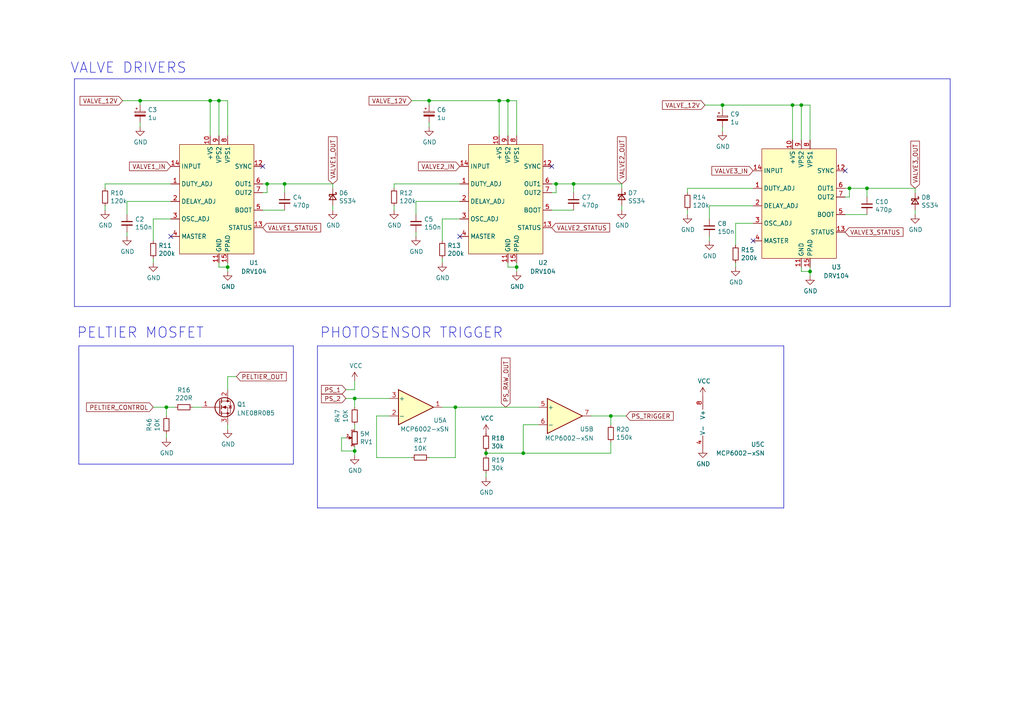
<source format=kicad_sch>
(kicad_sch (version 20230121) (generator eeschema)
  (paper "A4")
  (lib_symbols
    (symbol "Amplifier_Operational:MCP6002-xSN" (pin_names (offset 0.127))
      (property "Reference" "U" (at 0 5.08 0))
      (property "Value" "MCP6002-xSN" (at 0 -5.08 0))
      (symbol "MCP6002-xSN_1_1"
        (polyline (pts (xy -5.08 5.08) (xy 5.08 0) (xy -5.08 -5.08) (xy -5.08 5.08)) (stroke (width 0.254)) (fill (type background)))
        (pin output line (at 7.62 0 180) (length 2.54) (name "~") (number "1"))
        (pin input line (at -7.62 -2.54 0) (length 2.54) (name "-") (number "2"))
        (pin input line (at -7.62 2.54 0) (length 2.54) (name "+") (number "3"))
      )
      (symbol "MCP6002-xSN_2_1"
        (polyline (pts (xy -5.08 5.08) (xy 5.08 0) (xy -5.08 -5.08) (xy -5.08 5.08)) (stroke (width 0.254)) (fill (type background)))
        (pin input line (at -7.62 2.54 0) (length 2.54) (name "+") (number "5"))
        (pin input line (at -7.62 -2.54 0) (length 2.54) (name "-") (number "6"))
        (pin output line (at 7.62 0 180) (length 2.54) (name "~") (number "7"))
      )
      (symbol "MCP6002-xSN_3_1"
        (pin power_in line (at -2.54 -7.62 90) (length 3.81) (name "V-") (number "4"))
        (pin power_in line (at -2.54 7.62 270) (length 3.81) (name "V+") (number "8"))
      )
    )
    (symbol "Device:C_Small" (pin_numbers hide) (pin_names (offset 0.254) hide)
      (property "Reference" "C" (at 0.254 1.778 0))
      (property "Value" "C_Small" (at 0.254 -2.032 0))
      (symbol "C_Small_0_1"
        (polyline (pts (xy -1.524 -0.508) (xy 1.524 -0.508)) (stroke (width 0.3302)))
        (polyline (pts (xy -1.524 0.508) (xy 1.524 0.508)) (stroke (width 0.3048)))
      )
      (symbol "C_Small_1_1"
        (pin passive line (at 0 2.54 270) (length 2.032) (name "~") (number "1"))
        (pin passive line (at 0 -2.54 90) (length 2.032) (name "~") (number "2"))
      )
    )
    (symbol "Device:D_Schottky_Small" (pin_numbers hide) (pin_names (offset 0.254) hide)
      (property "Reference" "D" (at -1.27 2.032 0))
      (property "Value" "D_Schottky_Small" (at -7.112 -2.032 0))
      (symbol "D_Schottky_Small_0_1"
        (polyline (pts (xy -0.762 0) (xy 0.762 0)))
        (polyline (pts (xy 0.762 -1.016) (xy -0.762 0) (xy 0.762 1.016) (xy 0.762 -1.016)) (stroke (width 0.254)))
        (polyline (pts (xy -1.27 0.762) (xy -1.27 1.016) (xy -0.762 1.016) (xy -0.762 -1.016) (xy -0.254 -1.016) (xy -0.254 -0.762)) (stroke (width 0.254)))
      )
      (symbol "D_Schottky_Small_1_1"
        (pin passive line (at -2.54 0 0) (length 1.778) (name "K") (number "1"))
        (pin passive line (at 2.54 0 180) (length 1.778) (name "A") (number "2"))
      )
    )
    (symbol "Device:Q_NMOS_GDS" (pin_names (offset 0) hide)
      (property "Reference" "Q" (at 5.08 1.27 0))
      (property "Value" "Q_NMOS_GDS" (at 5.08 -1.27 0))
      (symbol "Q_NMOS_GDS_0_1"
        (polyline (pts (xy 0.254 0) (xy -2.54 0)))
        (polyline (pts (xy 0.254 1.905) (xy 0.254 -1.905)) (stroke (width 0.254)))
        (polyline (pts (xy 0.762 -1.27) (xy 0.762 -2.286)) (stroke (width 0.254)))
        (polyline (pts (xy 0.762 0.508) (xy 0.762 -0.508)) (stroke (width 0.254)))
        (polyline (pts (xy 0.762 2.286) (xy 0.762 1.27)) (stroke (width 0.254)))
        (polyline (pts (xy 2.54 2.54) (xy 2.54 1.778)))
        (polyline (pts (xy 2.54 -2.54) (xy 2.54 0) (xy 0.762 0)))
        (polyline (pts (xy 0.762 -1.778) (xy 3.302 -1.778) (xy 3.302 1.778) (xy 0.762 1.778)))
        (polyline (pts (xy 1.016 0) (xy 2.032 0.381) (xy 2.032 -0.381) (xy 1.016 0)) (fill (type outline)))
        (polyline (pts (xy 2.794 0.508) (xy 2.921 0.381) (xy 3.683 0.381) (xy 3.81 0.254)))
        (polyline (pts (xy 3.302 0.381) (xy 2.921 -0.254) (xy 3.683 -0.254) (xy 3.302 0.381)))
        (circle (center 1.651 0) (radius 2.794) (stroke (width 0.254)))
        (circle (center 2.54 -1.778) (radius 0.254) (fill (type outline)))
        (circle (center 2.54 1.778) (radius 0.254) (fill (type outline)))
      )
      (symbol "Q_NMOS_GDS_1_1"
        (pin input line (at -5.08 0 0) (length 2.54) (name "G") (number "1"))
        (pin passive line (at 2.54 5.08 270) (length 2.54) (name "D") (number "2"))
        (pin passive line (at 2.54 -5.08 90) (length 2.54) (name "S") (number "3"))
      )
    )
    (symbol "Device:R_Small" (pin_numbers hide) (pin_names (offset 0.254) hide)
      (property "Reference" "R" (at 0.762 0.508 0))
      (property "Value" "R_Small" (at 0.762 -1.016 0))
      (symbol "R_Small_0_1"
        (rectangle (start -0.762 1.778) (end 0.762 -1.778) (stroke (width 0.2032)))
      )
      (symbol "R_Small_1_1"
        (pin passive line (at 0 2.54 270) (length 0.762) (name "~") (number "1"))
        (pin passive line (at 0 -2.54 90) (length 0.762) (name "~") (number "2"))
      )
    )
    (symbol "PipControlBoard-rescue:CP_Small-Device" (pin_numbers hide) (pin_names (offset 0.254) hide)
      (property "Reference" "C" (at 0.254 1.778 0))
      (property "Value" "CP_Small-Device" (at 0.254 -2.032 0))
      (symbol "CP_Small-Device_0_1"
        (rectangle (start -1.524 -0.3048) (end 1.524 -0.6858) (fill (type outline)))
        (rectangle (start -1.524 0.6858) (end 1.524 0.3048))
        (polyline (pts (xy -1.27 1.524) (xy -0.762 1.524)))
        (polyline (pts (xy -1.016 1.27) (xy -1.016 1.778)))
      )
      (symbol "CP_Small-Device_1_1"
        (pin passive line (at 0 2.54 270) (length 1.8542) (name "~") (number "1"))
        (pin passive line (at 0 -2.54 90) (length 1.8542) (name "~") (number "2"))
      )
    )
    (symbol "PipControlBoard-rescue:R_POT_Small-Device" (pin_names (offset 1.016) hide)
      (property "Reference" "RV" (at -4.445 0 90))
      (property "Value" "R_POT_Small-Device" (at -2.54 0 90))
      (symbol "R_POT_Small-Device_0_1"
        (polyline (pts (xy 0.889 0) (xy 0.635 0) (xy 1.651 0.381) (xy 1.651 -0.381) (xy 0.635 0) (xy 0.889 0)) (fill (type outline)))
        (rectangle (start 0.762 1.8034) (end -0.762 -1.8034) (stroke (width 0.254)))
      )
      (symbol "R_POT_Small-Device_1_1"
        (pin passive line (at 0 2.54 270) (length 0.635) (name "1") (number "1"))
        (pin passive line (at 2.54 0 180) (length 0.9906) (name "2") (number "2"))
        (pin passive line (at 0 -2.54 90) (length 0.635) (name "3") (number "3"))
      )
    )
    (symbol "maxlibrary:DRV104"
      (property "Reference" "U" (at 7.62 -13.97 0))
      (property "Value" "DRV104" (at 7.62 -16.51 0))
      (symbol "DRV104_0_0"
        (pin input line (at -13.97 10.16 0) (length 2.54) (name "DUTY_ADJ") (number "1"))
        (pin power_in line (at -2.54 24.13 270) (length 2.54) (name "+VS") (number "10"))
        (pin power_in line (at 0 -12.7 90) (length 2.54) (name "GND") (number "11"))
        (pin bidirectional line (at 12.7 15.24 180) (length 2.54) (name "SYNC") (number "12"))
        (pin output line (at 12.7 -2.54 180) (length 2.54) (name "STATUS") (number "13"))
        (pin input line (at -13.97 15.24 0) (length 2.54) (name "INPUT") (number "14"))
        (pin power_in line (at 2.54 -12.7 90) (length 2.54) (name "PPAD") (number "15"))
        (pin input line (at -13.97 5.08 0) (length 2.54) (name "DELAY_ADJ") (number "2"))
        (pin input line (at -13.97 0 0) (length 2.54) (name "OSC_ADJ") (number "3"))
        (pin input line (at -13.97 -5.08 0) (length 2.54) (name "MASTER") (number "4"))
        (pin input line (at 12.7 2.54 180) (length 2.54) (name "BOOT") (number "5"))
        (pin power_out line (at 12.7 10.16 180) (length 2.54) (name "OUT1") (number "6"))
        (pin power_out line (at 12.7 7.62 180) (length 2.54) (name "OUT2") (number "7"))
        (pin power_in line (at 2.54 24.13 270) (length 2.54) (name "VPS1") (number "8"))
        (pin power_in line (at 0 24.13 270) (length 2.54) (name "VPS2") (number "9"))
      )
      (symbol "DRV104_0_1"
        (rectangle (start 10.16 -10.16) (end -11.43 21.59) (fill (type background)))
      )
    )
    (symbol "power:GND" (power) (pin_names (offset 0))
      (property "Value" "GND" (at 0 -3.81 0))
      (symbol "GND_0_1"
        (polyline (pts (xy 0 0) (xy 0 -1.27) (xy 1.27 -1.27) (xy 0 -2.54) (xy -1.27 -1.27) (xy 0 -1.27)))
      )
      (symbol "GND_1_1"
        (pin power_in line (at 0 0 270) (length 0) hide (name "GND") (number "1"))
      )
    )
    (symbol "power:VCC" (power) (pin_names (offset 0))
      (property "Value" "VCC" (at 0 3.81 0))
      (symbol "VCC_0_1"
        (polyline (pts (xy -0.762 1.27) (xy 0 2.54)))
        (polyline (pts (xy 0 0) (xy 0 2.54)))
        (polyline (pts (xy 0 2.54) (xy 0.762 1.27)))
      )
      (symbol "VCC_1_1"
        (pin power_in line (at 0 0 90) (length 0) hide (name "VCC") (number "1"))
      )
    )
  )
  (junction (at 102.87 130.81))
  (junction (at 232.41 30.48))
  (junction (at 102.87 115.57))
  (junction (at 229.87 30.48))
  (junction (at 63.5 29.21))
  (junction (at 246.38 54.61))
  (junction (at 234.95 78.74))
  (junction (at 209.55 30.48))
  (junction (at 177.165 120.65))
  (junction (at 251.46 54.61))
  (junction (at 140.97 131.445))
  (junction (at 77.47 53.34))
  (junction (at 144.78 29.21))
  (junction (at 48.26 118.11))
  (junction (at 161.29 53.34))
  (junction (at 151.765 131.445))
  (junction (at 60.96 29.21))
  (junction (at 147.32 29.21))
  (junction (at 124.46 29.21))
  (junction (at 82.55 53.34))
  (junction (at 132.08 118.11))
  (junction (at 149.86 77.47))
  (junction (at 66.04 77.47))
  (junction (at 166.37 53.34))
  (junction (at 40.64 29.21))
  (no_connect (at 245.11 49.53))
  (no_connect (at 133.35 68.58))
  (no_connect (at 76.2 48.26))
  (no_connect (at 49.53 68.58))
  (no_connect (at 160.02 48.26))
  (no_connect (at 218.44 69.85))
  (wire (pts (xy 149.86 29.21) (xy 149.86 39.37)))
  (wire (pts (xy 181.61 120.65) (xy 177.165 120.65)))
  (wire (pts (xy 140.97 132.08) (xy 140.97 131.445)))
  (wire (pts (xy 102.87 123.19) (xy 102.87 124.46)))
  (wire (pts (xy 128.27 63.5) (xy 128.27 69.85)))
  (polyline (pts (xy 275.59 22.86) (xy 275.59 88.9)))
  (wire (pts (xy 140.97 138.43) (xy 140.97 137.16)))
  (wire (pts (xy 147.32 29.21) (xy 149.86 29.21)))
  (wire (pts (xy 265.43 54.61) (xy 265.43 55.88)))
  (wire (pts (xy 229.87 30.48) (xy 232.41 30.48)))
  (wire (pts (xy 40.64 29.21) (xy 40.64 30.48)))
  (wire (pts (xy 102.87 113.03) (xy 100.33 113.03)))
  (wire (pts (xy 114.3 53.34) (xy 133.35 53.34)))
  (wire (pts (xy 218.44 64.77) (xy 213.36 64.77)))
  (polyline (pts (xy 22.86 100.33) (xy 85.09 100.33)))
  (wire (pts (xy 133.35 63.5) (xy 128.27 63.5)))
  (wire (pts (xy 177.165 120.65) (xy 177.165 123.19)))
  (wire (pts (xy 149.86 78.74) (xy 149.86 77.47)))
  (wire (pts (xy 166.37 55.88) (xy 166.37 53.34)))
  (wire (pts (xy 209.55 36.83) (xy 209.55 38.1)))
  (wire (pts (xy 76.2 53.34) (xy 77.47 53.34)))
  (wire (pts (xy 234.95 78.74) (xy 232.41 78.74)))
  (wire (pts (xy 30.48 53.34) (xy 49.53 53.34)))
  (wire (pts (xy 156.21 123.19) (xy 151.765 123.19)))
  (wire (pts (xy 100.33 127) (xy 99.06 127)))
  (wire (pts (xy 171.45 120.65) (xy 177.165 120.65)))
  (wire (pts (xy 199.39 60.96) (xy 199.39 62.23)))
  (wire (pts (xy 232.41 30.48) (xy 234.95 30.48)))
  (wire (pts (xy 205.74 59.69) (xy 218.44 59.69)))
  (wire (pts (xy 234.95 80.01) (xy 234.95 78.74)))
  (polyline (pts (xy 85.09 100.33) (xy 85.09 134.62)))
  (wire (pts (xy 124.46 29.21) (xy 124.46 30.48)))
  (wire (pts (xy 96.52 59.69) (xy 96.52 60.96)))
  (wire (pts (xy 109.22 132.715) (xy 119.38 132.715)))
  (wire (pts (xy 100.33 115.57) (xy 102.87 115.57)))
  (wire (pts (xy 209.55 30.48) (xy 209.55 31.75)))
  (wire (pts (xy 60.96 29.21) (xy 63.5 29.21)))
  (wire (pts (xy 120.65 62.23) (xy 120.65 58.42)))
  (wire (pts (xy 245.11 57.15) (xy 246.38 57.15)))
  (wire (pts (xy 166.37 53.34) (xy 180.34 53.34)))
  (wire (pts (xy 82.55 55.88) (xy 82.55 53.34)))
  (wire (pts (xy 102.87 115.57) (xy 113.03 115.57)))
  (wire (pts (xy 144.78 29.21) (xy 147.32 29.21)))
  (wire (pts (xy 60.96 29.21) (xy 60.96 39.37)))
  (wire (pts (xy 102.87 130.81) (xy 102.87 129.54)))
  (wire (pts (xy 124.46 29.21) (xy 144.78 29.21)))
  (wire (pts (xy 113.03 120.65) (xy 109.22 120.65)))
  (wire (pts (xy 151.765 131.445) (xy 177.165 131.445)))
  (wire (pts (xy 160.02 60.96) (xy 166.37 60.96)))
  (wire (pts (xy 251.46 57.15) (xy 251.46 54.61)))
  (wire (pts (xy 204.47 30.48) (xy 209.55 30.48)))
  (wire (pts (xy 30.48 53.34) (xy 30.48 54.61)))
  (wire (pts (xy 161.29 55.88) (xy 161.29 53.34)))
  (wire (pts (xy 66.04 109.22) (xy 66.04 113.03)))
  (wire (pts (xy 199.39 54.61) (xy 218.44 54.61)))
  (wire (pts (xy 114.3 59.69) (xy 114.3 60.96)))
  (wire (pts (xy 160.02 55.88) (xy 161.29 55.88)))
  (wire (pts (xy 44.45 74.93) (xy 44.45 76.2)))
  (wire (pts (xy 120.65 67.31) (xy 120.65 68.58)))
  (wire (pts (xy 48.26 118.11) (xy 48.26 120.65)))
  (wire (pts (xy 229.87 30.48) (xy 229.87 40.64)))
  (wire (pts (xy 49.53 63.5) (xy 44.45 63.5)))
  (wire (pts (xy 234.95 30.48) (xy 234.95 40.64)))
  (wire (pts (xy 77.47 55.88) (xy 77.47 53.34)))
  (wire (pts (xy 151.765 123.19) (xy 151.765 131.445)))
  (wire (pts (xy 160.02 53.34) (xy 161.29 53.34)))
  (wire (pts (xy 232.41 78.74) (xy 232.41 77.47)))
  (wire (pts (xy 109.22 120.65) (xy 109.22 132.715)))
  (wire (pts (xy 149.86 77.47) (xy 149.86 76.2)))
  (wire (pts (xy 132.08 118.11) (xy 156.21 118.11)))
  (polyline (pts (xy 92.075 100.33) (xy 92.075 147.32)))
  (wire (pts (xy 120.65 58.42) (xy 133.35 58.42)))
  (wire (pts (xy 66.04 77.47) (xy 63.5 77.47)))
  (wire (pts (xy 124.46 35.56) (xy 124.46 36.83)))
  (polyline (pts (xy 92.075 100.33) (xy 227.33 100.33)))
  (wire (pts (xy 82.55 53.34) (xy 96.52 53.34)))
  (polyline (pts (xy 227.33 147.32) (xy 227.33 100.33)))
  (wire (pts (xy 140.97 131.445) (xy 151.765 131.445)))
  (wire (pts (xy 147.32 77.47) (xy 147.32 76.2)))
  (wire (pts (xy 66.04 77.47) (xy 66.04 76.2)))
  (wire (pts (xy 205.74 68.58) (xy 205.74 69.85)))
  (wire (pts (xy 40.64 29.21) (xy 60.96 29.21)))
  (polyline (pts (xy 92.075 147.32) (xy 227.33 147.32)))
  (wire (pts (xy 102.87 110.49) (xy 102.87 113.03)))
  (wire (pts (xy 128.27 74.93) (xy 128.27 76.2)))
  (wire (pts (xy 251.46 54.61) (xy 265.43 54.61)))
  (wire (pts (xy 66.04 29.21) (xy 66.04 39.37)))
  (wire (pts (xy 102.87 132.08) (xy 102.87 130.81)))
  (wire (pts (xy 205.74 63.5) (xy 205.74 59.69)))
  (wire (pts (xy 96.52 53.34) (xy 96.52 54.61)))
  (wire (pts (xy 50.8 118.11) (xy 48.26 118.11)))
  (wire (pts (xy 199.39 54.61) (xy 199.39 55.88)))
  (wire (pts (xy 99.06 127) (xy 99.06 130.81)))
  (wire (pts (xy 36.83 67.31) (xy 36.83 68.58)))
  (wire (pts (xy 102.87 115.57) (xy 102.87 118.11)))
  (wire (pts (xy 180.34 59.69) (xy 180.34 60.96)))
  (wire (pts (xy 58.42 118.11) (xy 55.88 118.11)))
  (wire (pts (xy 44.45 63.5) (xy 44.45 69.85)))
  (wire (pts (xy 128.27 118.11) (xy 132.08 118.11)))
  (wire (pts (xy 177.165 128.27) (xy 177.165 131.445)))
  (wire (pts (xy 234.95 78.74) (xy 234.95 77.47)))
  (polyline (pts (xy 22.86 134.62) (xy 22.86 100.33)))
  (wire (pts (xy 119.38 29.21) (xy 124.46 29.21)))
  (wire (pts (xy 40.64 35.56) (xy 40.64 36.83)))
  (polyline (pts (xy 21.59 88.9) (xy 275.59 88.9)))
  (wire (pts (xy 63.5 29.21) (xy 66.04 29.21)))
  (wire (pts (xy 76.2 55.88) (xy 77.47 55.88)))
  (wire (pts (xy 36.83 62.23) (xy 36.83 58.42)))
  (wire (pts (xy 265.43 60.96) (xy 265.43 62.23)))
  (wire (pts (xy 63.5 29.21) (xy 63.5 39.37)))
  (wire (pts (xy 149.86 77.47) (xy 147.32 77.47)))
  (wire (pts (xy 245.11 62.23) (xy 251.46 62.23)))
  (polyline (pts (xy 275.59 22.86) (xy 21.59 22.86)))
  (wire (pts (xy 35.56 29.21) (xy 40.64 29.21)))
  (wire (pts (xy 30.48 59.69) (xy 30.48 60.96)))
  (wire (pts (xy 180.34 53.34) (xy 180.34 54.61)))
  (wire (pts (xy 132.08 118.11) (xy 132.08 132.715)))
  (wire (pts (xy 246.38 57.15) (xy 246.38 54.61)))
  (wire (pts (xy 77.47 53.34) (xy 82.55 53.34)))
  (wire (pts (xy 232.41 30.48) (xy 232.41 40.64)))
  (wire (pts (xy 114.3 53.34) (xy 114.3 54.61)))
  (wire (pts (xy 68.58 109.22) (xy 66.04 109.22)))
  (wire (pts (xy 48.26 118.11) (xy 44.45 118.11)))
  (wire (pts (xy 140.97 131.445) (xy 140.97 130.81)))
  (wire (pts (xy 76.2 60.96) (xy 82.55 60.96)))
  (wire (pts (xy 209.55 30.48) (xy 229.87 30.48)))
  (wire (pts (xy 66.04 78.74) (xy 66.04 77.47)))
  (wire (pts (xy 161.29 53.34) (xy 166.37 53.34)))
  (wire (pts (xy 144.78 29.21) (xy 144.78 39.37)))
  (wire (pts (xy 246.38 54.61) (xy 251.46 54.61)))
  (wire (pts (xy 66.04 124.46) (xy 66.04 123.19)))
  (polyline (pts (xy 85.09 134.62) (xy 22.86 134.62)))
  (polyline (pts (xy 21.59 22.86) (xy 21.59 88.9)))
  (wire (pts (xy 147.32 29.21) (xy 147.32 39.37)))
  (wire (pts (xy 213.36 64.77) (xy 213.36 71.12)))
  (wire (pts (xy 245.11 54.61) (xy 246.38 54.61)))
  (wire (pts (xy 48.26 125.73) (xy 48.26 127)))
  (wire (pts (xy 213.36 76.2) (xy 213.36 77.47)))
  (wire (pts (xy 36.83 58.42) (xy 49.53 58.42)))
  (wire (pts (xy 63.5 77.47) (xy 63.5 76.2)))
  (wire (pts (xy 99.06 130.81) (xy 102.87 130.81)))
  (wire (pts (xy 132.08 132.715) (xy 124.46 132.715)))
  (text "PHOTOSENSOR TRIGGER" (at 92.71 98.425 0) (effects (font (size 2.9972 2.9972)) (justify left bottom)))
  (text "PELTIER MOSFET" (at 22.225 98.425 0) (effects (font (size 2.9972 2.9972)) (justify left bottom)))
  (text "VALVE DRIVERS" (at 20.32 21.59 0) (effects (font (size 2.9972 2.9972)) (justify left bottom)))
  (global_label "VALVE2_OUT" (shape input) (at 180.34 53.34 90) (property "Intersheetrefs" "${INTERSHEET_REFS}" (effects hide)))
  (global_label "VALVE_12V" (shape input) (at 119.38 29.21 180) (property "Intersheetrefs" "${INTERSHEET_REFS}" (effects hide)))
  (global_label "VALVE3_OUT" (shape input) (at 265.43 54.61 90) (property "Intersheetrefs" "${INTERSHEET_REFS}" (effects hide)))
  (global_label "VALVE_12V" (shape input) (at 35.56 29.21 180) (property "Intersheetrefs" "${INTERSHEET_REFS}" (effects hide)))
  (global_label "VALVE_12V" (shape input) (at 204.47 30.48 180) (property "Intersheetrefs" "${INTERSHEET_REFS}" (effects hide)))
  (global_label "PS_2" (shape input) (at 100.33 115.57 180) (property "Intersheetrefs" "${INTERSHEET_REFS}" (effects hide)))
  (global_label "PS_RAW_OUT" (shape input) (at 146.685 118.11 90) (property "Intersheetrefs" "${INTERSHEET_REFS}" (effects hide)))
  (global_label "PS_TRIGGER" (shape input) (at 181.61 120.65 0) (property "Intersheetrefs" "${INTERSHEET_REFS}" (effects hide)))
  (global_label "PELTIER_CONTROL" (shape input) (at 44.45 118.11 180) (property "Intersheetrefs" "${INTERSHEET_REFS}" (effects hide)))
  (global_label "VALVE3_STATUS" (shape input) (at 245.11 67.31 0) (property "Intersheetrefs" "${INTERSHEET_REFS}" (effects hide)))
  (global_label "VALVE2_IN" (shape input) (at 133.35 48.26 180) (property "Intersheetrefs" "${INTERSHEET_REFS}" (effects hide)))
  (global_label "PS_1" (shape input) (at 100.33 113.03 180) (property "Intersheetrefs" "${INTERSHEET_REFS}" (effects hide)))
  (global_label "VALVE1_STATUS" (shape input) (at 76.2 66.04 0) (property "Intersheetrefs" "${INTERSHEET_REFS}" (effects hide)))
  (global_label "VALVE1_OUT" (shape input) (at 96.52 53.34 90) (property "Intersheetrefs" "${INTERSHEET_REFS}" (effects hide)))
  (global_label "VALVE2_STATUS" (shape input) (at 160.02 66.04 0) (property "Intersheetrefs" "${INTERSHEET_REFS}" (effects hide)))
  (global_label "VALVE1_IN" (shape input) (at 49.53 48.26 180) (property "Intersheetrefs" "${INTERSHEET_REFS}" (effects hide)))
  (global_label "PELTIER_OUT" (shape input) (at 68.58 109.22 0) (property "Intersheetrefs" "${INTERSHEET_REFS}" (effects hide)))
  (global_label "VALVE3_IN" (shape input) (at 218.44 49.53 180) (property "Intersheetrefs" "${INTERSHEET_REFS}" (effects hide)))
  (symbol (lib_id "maxlibrary:DRV104") (at 63.5 63.5 0) (unit 1)
    (property "Reference" "U1" (at 73.66 76.2 0))
    (property "Value" "DRV104" (at 73.66 78.74 0))
    (property "Footprint" "Package_SO:HTSSOP-14-1EP_4.4x5mm_P0.65mm_EP3.4x5mm_Mask3x3.1mm_ThermalVias" (effects hide))
    (property "Datasheet" "http://www.ti.com/lit/ds/symlink/drv2510-q1.pdf" (effects hide))
    (property "LCSC Part #" "C2150346" (effects hide))
  )
  (symbol (lib_id "power:GND") (at 66.04 78.74 0) (unit 1)
    (property "Reference" "#PWR038" (effects hide))
    (property "Value" "GND" (at 66.167 83.1342 0))
  )
  (symbol (lib_id "PipControlBoard-rescue:CP_Small-Device") (at 40.64 33.02 0) (unit 1)
    (property "Reference" "C3" (at 42.8752 31.8516 0) (effects (justify left)))
    (property "Value" "1u" (at 42.8752 34.163 0) (effects (justify left)))
    (property "Footprint" "Capacitor_SMD:C_0805_2012Metric" (effects hide))
    (property "LCSC Part #" "C28323" (effects hide))
  )
  (symbol (lib_id "power:GND") (at 40.64 36.83 0) (unit 1)
    (property "Reference" "#PWR036" (effects hide))
    (property "Value" "GND" (at 40.767 41.2242 0))
  )
  (symbol (lib_id "Device:C_Small") (at 82.55 58.42 0) (unit 1)
    (property "Reference" "C4" (at 84.8868 57.2516 0) (effects (justify left)))
    (property "Value" "470p" (at 84.8868 59.563 0) (effects (justify left)))
    (property "Footprint" "Capacitor_SMD:C_0603_1608Metric" (effects hide))
    (property "LCSC Part #" "C1620" (effects hide))
  )
  (symbol (lib_id "Device:D_Schottky_Small") (at 96.52 57.15 270) (unit 1)
    (property "Reference" "D6" (at 98.298 55.9816 90) (effects (justify left)))
    (property "Value" "SS34" (at 98.298 58.293 90) (effects (justify left)))
    (property "Footprint" "Diode_SMD:D_SMA" (effects hide))
    (property "LCSC Part #" "C8678" (effects hide))
  )
  (symbol (lib_id "power:GND") (at 96.52 60.96 0) (unit 1)
    (property "Reference" "#PWR039" (effects hide))
    (property "Value" "GND" (at 96.647 65.3542 0))
  )
  (symbol (lib_id "Device:R_Small") (at 30.48 57.15 0) (unit 1)
    (property "Reference" "R10" (at 31.9786 55.9816 0) (effects (justify left)))
    (property "Value" "120k" (at 31.9786 58.293 0) (effects (justify left)))
    (property "Footprint" "Resistor_SMD:R_0805_2012Metric" (effects hide))
    (property "LCSC Part #" "C17436" (effects hide))
  )
  (symbol (lib_id "Device:R_Small") (at 44.45 72.39 0) (unit 1)
    (property "Reference" "R11" (at 45.9486 71.2216 0) (effects (justify left)))
    (property "Value" "200k" (at 45.9486 73.533 0) (effects (justify left)))
    (property "Footprint" "Resistor_SMD:R_0805_2012Metric" (effects hide))
    (property "LCSC Part #" "C17539" (effects hide))
  )
  (symbol (lib_id "Device:C_Small") (at 36.83 64.77 0) (unit 1)
    (property "Reference" "C2" (at 39.1668 63.6016 0) (effects (justify left)))
    (property "Value" "150n" (at 39.1668 65.913 0) (effects (justify left)))
    (property "Footprint" "Capacitor_SMD:C_0805_2012Metric" (effects hide))
    (property "LCSC Part #" "C376934" (effects hide))
  )
  (symbol (lib_id "power:GND") (at 36.83 68.58 0) (unit 1)
    (property "Reference" "#PWR035" (effects hide))
    (property "Value" "GND" (at 36.957 72.9742 0))
  )
  (symbol (lib_id "power:GND") (at 30.48 60.96 0) (unit 1)
    (property "Reference" "#PWR034" (effects hide))
    (property "Value" "GND" (at 30.607 65.3542 0))
  )
  (symbol (lib_id "power:GND") (at 44.45 76.2 0) (unit 1)
    (property "Reference" "#PWR037" (effects hide))
    (property "Value" "GND" (at 44.577 80.5942 0))
  )
  (symbol (lib_id "maxlibrary:DRV104") (at 147.32 63.5 0) (unit 1)
    (property "Reference" "U2" (at 157.48 76.2 0))
    (property "Value" "DRV104" (at 157.48 78.74 0))
    (property "Footprint" "Package_SO:HTSSOP-14-1EP_4.4x5mm_P0.65mm_EP3.4x5mm_Mask3x3.1mm_ThermalVias" (effects hide))
    (property "Datasheet" "http://www.ti.com/lit/ds/symlink/drv2510-q1.pdf" (effects hide))
    (property "LCSC Part #" "C2150346" (effects hide))
  )
  (symbol (lib_id "power:GND") (at 149.86 78.74 0) (unit 1)
    (property "Reference" "#PWR044" (effects hide))
    (property "Value" "GND" (at 149.987 83.1342 0))
  )
  (symbol (lib_id "PipControlBoard-rescue:CP_Small-Device") (at 124.46 33.02 0) (unit 1)
    (property "Reference" "C6" (at 126.6952 31.8516 0) (effects (justify left)))
    (property "Value" "1u" (at 126.6952 34.163 0) (effects (justify left)))
    (property "Footprint" "Capacitor_SMD:C_0805_2012Metric" (effects hide))
    (property "LCSC Part #" "C28323" (effects hide))
  )
  (symbol (lib_id "power:GND") (at 124.46 36.83 0) (unit 1)
    (property "Reference" "#PWR042" (effects hide))
    (property "Value" "GND" (at 124.587 41.2242 0))
  )
  (symbol (lib_id "Device:C_Small") (at 166.37 58.42 0) (unit 1)
    (property "Reference" "C7" (at 168.7068 57.2516 0) (effects (justify left)))
    (property "Value" "470p" (at 168.7068 59.563 0) (effects (justify left)))
    (property "Footprint" "Capacitor_SMD:C_0603_1608Metric" (effects hide))
    (property "LCSC Part #" "C1620" (effects hide))
  )
  (symbol (lib_id "Device:D_Schottky_Small") (at 180.34 57.15 270) (unit 1)
    (property "Reference" "D7" (at 182.118 55.9816 90) (effects (justify left)))
    (property "Value" "SS34" (at 182.118 58.293 90) (effects (justify left)))
    (property "Footprint" "Diode_SMD:D_SMA" (effects hide))
    (property "LCSC Part #" "C8678" (effects hide))
  )
  (symbol (lib_id "power:GND") (at 180.34 60.96 0) (unit 1)
    (property "Reference" "#PWR045" (effects hide))
    (property "Value" "GND" (at 180.467 65.3542 0))
  )
  (symbol (lib_id "Device:R_Small") (at 114.3 57.15 0) (unit 1)
    (property "Reference" "R12" (at 115.7986 55.9816 0) (effects (justify left)))
    (property "Value" "120k" (at 115.7986 58.293 0) (effects (justify left)))
    (property "Footprint" "Resistor_SMD:R_0805_2012Metric" (effects hide))
    (property "LCSC Part #" "C17436" (effects hide))
  )
  (symbol (lib_id "Device:R_Small") (at 128.27 72.39 0) (unit 1)
    (property "Reference" "R13" (at 129.7686 71.2216 0) (effects (justify left)))
    (property "Value" "200k" (at 129.7686 73.533 0) (effects (justify left)))
    (property "Footprint" "Resistor_SMD:R_0805_2012Metric" (effects hide))
    (property "LCSC Part #" "C17539" (effects hide))
  )
  (symbol (lib_id "Device:C_Small") (at 120.65 64.77 0) (unit 1)
    (property "Reference" "C5" (at 122.9868 63.6016 0) (effects (justify left)))
    (property "Value" "150n" (at 122.9868 65.913 0) (effects (justify left)))
    (property "Footprint" "Capacitor_SMD:C_0805_2012Metric" (effects hide))
    (property "LCSC Part #" "C376934" (effects hide))
  )
  (symbol (lib_id "power:GND") (at 120.65 68.58 0) (unit 1)
    (property "Reference" "#PWR041" (effects hide))
    (property "Value" "GND" (at 120.777 72.9742 0))
  )
  (symbol (lib_id "power:GND") (at 114.3 60.96 0) (unit 1)
    (property "Reference" "#PWR040" (effects hide))
    (property "Value" "GND" (at 114.427 65.3542 0))
  )
  (symbol (lib_id "power:GND") (at 128.27 76.2 0) (unit 1)
    (property "Reference" "#PWR043" (effects hide))
    (property "Value" "GND" (at 128.397 80.5942 0))
  )
  (symbol (lib_id "Device:R_Small") (at 53.34 118.11 270) (unit 1)
    (property "Reference" "R16" (at 53.34 113.1316 90))
    (property "Value" "220R" (at 53.34 115.443 90))
    (property "Footprint" "Resistor_SMD:R_0805_2012Metric" (effects hide))
    (property "LCSC Part #" "C17557" (effects hide))
  )
  (symbol (lib_id "power:GND") (at 66.04 124.46 0) (unit 1)
    (property "Reference" "#PWR052" (effects hide))
    (property "Value" "GND" (at 66.167 128.8542 0))
  )
  (symbol (lib_id "PipControlBoard-rescue:R_POT_Small-Device") (at 102.87 127 0) (mirror y) (unit 1)
    (property "Reference" "RV1" (at 104.394 128.1684 0) (effects (justify right)))
    (property "Value" "5M" (at 104.394 125.857 0) (effects (justify right)))
    (property "Footprint" "Potentiometer_THT:Potentiometer_Bourns_3296W_Vertical" (effects hide))
  )
  (symbol (lib_id "power:VCC") (at 102.87 110.49 0) (unit 1)
    (property "Reference" "#PWR055" (effects hide))
    (property "Value" "VCC" (at 103.251 106.0958 0))
  )
  (symbol (lib_id "power:GND") (at 102.87 132.08 0) (unit 1)
    (property "Reference" "#PWR056" (effects hide))
    (property "Value" "GND" (at 102.997 136.4742 0))
  )
  (symbol (lib_id "Device:R_Small") (at 177.165 125.73 0) (unit 1)
    (property "Reference" "R20" (at 178.6636 124.5616 0) (effects (justify left)))
    (property "Value" "150k" (at 178.6636 126.873 0) (effects (justify left)))
    (property "Footprint" "Resistor_SMD:R_0805_2012Metric" (effects hide))
    (property "LCSC Part #" "C17470" (effects hide))
  )
  (symbol (lib_id "power:VCC") (at 140.97 125.73 0) (unit 1)
    (property "Reference" "#PWR057" (effects hide))
    (property "Value" "VCC" (at 141.351 121.3358 0))
  )
  (symbol (lib_id "Device:R_Small") (at 140.97 128.27 0) (unit 1)
    (property "Reference" "R18" (at 142.4686 127.1016 0) (effects (justify left)))
    (property "Value" "30k" (at 142.4686 129.413 0) (effects (justify left)))
    (property "Footprint" "Resistor_SMD:R_0805_2012Metric" (effects hide))
    (property "LCSC Part #" "C17621" (effects hide))
  )
  (symbol (lib_id "Device:R_Small") (at 140.97 134.62 0) (unit 1)
    (property "Reference" "R19" (at 142.4686 133.4516 0) (effects (justify left)))
    (property "Value" "30k" (at 142.4686 135.763 0) (effects (justify left)))
    (property "Footprint" "Resistor_SMD:R_0805_2012Metric" (effects hide))
    (property "LCSC Part #" "C17621" (effects hide))
  )
  (symbol (lib_id "power:GND") (at 140.97 138.43 0) (unit 1)
    (property "Reference" "#PWR058" (effects hide))
    (property "Value" "GND" (at 141.097 142.8242 0))
  )
  (symbol (lib_id "power:GND") (at 234.95 80.01 0) (unit 1)
    (property "Reference" "#PWR050" (effects hide))
    (property "Value" "GND" (at 235.077 84.4042 0))
  )
  (symbol (lib_id "Amplifier_Operational:MCP6002-xSN") (at 206.375 122.555 0) (unit 3)
    (property "Reference" "U5" (at 217.805 128.905 0) (effects (justify left)))
    (property "Value" "MCP6002-xSN" (at 207.645 131.445 0) (effects (justify left)))
    (property "Footprint" "Package_SO:SOIC-8_3.9x4.9mm_P1.27mm" (effects hide))
    (property "Datasheet" "http://ww1.microchip.com/downloads/en/DeviceDoc/21733j.pdf" (effects hide))
    (property "LCSC Part #" "C7377" (effects hide))
  )
  (symbol (lib_id "Device:R_Small") (at 121.92 132.715 270) (unit 1)
    (property "Reference" "R17" (at 121.92 127.7366 90))
    (property "Value" "10K" (at 121.92 130.048 90))
    (property "Footprint" "Resistor_SMD:R_0805_2012Metric" (effects hide))
    (property "LCSC Part #" "C17414" (effects hide))
  )
  (symbol (lib_id "Device:R_Small") (at 48.26 123.19 0) (unit 1)
    (property "Reference" "R46" (at 43.2816 123.19 90))
    (property "Value" "10K" (at 45.593 123.19 90))
    (property "Footprint" "Resistor_SMD:R_0805_2012Metric" (effects hide))
    (property "LCSC Part #" "C17414" (effects hide))
  )
  (symbol (lib_id "power:GND") (at 265.43 62.23 0) (unit 1)
    (property "Reference" "#PWR051" (effects hide))
    (property "Value" "GND" (at 265.557 66.6242 0))
  )
  (symbol (lib_id "PipControlBoard-rescue:CP_Small-Device") (at 209.55 34.29 0) (unit 1)
    (property "Reference" "C9" (at 211.7852 33.1216 0) (effects (justify left)))
    (property "Value" "1u" (at 211.7852 35.433 0) (effects (justify left)))
    (property "Footprint" "Capacitor_SMD:C_0805_2012Metric" (effects hide))
    (property "LCSC Part #" "C28323" (effects hide))
  )
  (symbol (lib_id "maxlibrary:DRV104") (at 232.41 64.77 0) (unit 1)
    (property "Reference" "U3" (at 242.57 77.47 0))
    (property "Value" "DRV104" (at 242.57 80.01 0))
    (property "Footprint" "Package_SO:HTSSOP-14-1EP_4.4x5mm_P0.65mm_EP3.4x5mm_Mask3x3.1mm_ThermalVias" (effects hide))
    (property "Datasheet" "http://www.ti.com/lit/ds/symlink/drv2510-q1.pdf" (effects hide))
    (property "LCSC Part #" "C2150346" (effects hide))
  )
  (symbol (lib_id "Device:C_Small") (at 251.46 59.69 0) (unit 1)
    (property "Reference" "C10" (at 253.7968 58.5216 0) (effects (justify left)))
    (property "Value" "470p" (at 253.7968 60.833 0) (effects (justify left)))
    (property "Footprint" "Capacitor_SMD:C_0603_1608Metric" (effects hide))
    (property "LCSC Part #" "C1620" (effects hide))
  )
  (symbol (lib_id "Device:R_Small") (at 213.36 73.66 0) (unit 1)
    (property "Reference" "R15" (at 214.8586 72.4916 0) (effects (justify left)))
    (property "Value" "200k" (at 214.8586 74.803 0) (effects (justify left)))
    (property "Footprint" "Resistor_SMD:R_0805_2012Metric" (effects hide))
    (property "LCSC Part #" "C17539" (effects hide))
  )
  (symbol (lib_id "power:GND") (at 199.39 62.23 0) (unit 1)
    (property "Reference" "#PWR046" (effects hide))
    (property "Value" "GND" (at 199.517 66.6242 0))
  )
  (symbol (lib_id "Device:R_Small") (at 199.39 58.42 0) (unit 1)
    (property "Reference" "R14" (at 200.8886 57.2516 0) (effects (justify left)))
    (property "Value" "120k" (at 200.8886 59.563 0) (effects (justify left)))
    (property "Footprint" "Resistor_SMD:R_0805_2012Metric" (effects hide))
    (property "LCSC Part #" "C17436" (effects hide))
  )
  (symbol (lib_id "power:GND") (at 209.55 38.1 0) (unit 1)
    (property "Reference" "#PWR048" (effects hide))
    (property "Value" "GND" (at 209.677 42.4942 0))
  )
  (symbol (lib_id "power:VCC") (at 203.835 114.935 0) (unit 1)
    (property "Reference" "#PWR059" (effects hide))
    (property "Value" "VCC" (at 204.216 110.5408 0))
  )
  (symbol (lib_id "power:GND") (at 205.74 69.85 0) (unit 1)
    (property "Reference" "#PWR047" (effects hide))
    (property "Value" "GND" (at 205.867 74.2442 0))
  )
  (symbol (lib_id "power:GND") (at 48.26 127 0) (unit 1)
    (property "Reference" "#PWR06" (effects hide))
    (property "Value" "GND" (at 48.387 131.3942 0))
  )
  (symbol (lib_id "power:GND") (at 203.835 130.175 0) (unit 1)
    (property "Reference" "#PWR060" (effects hide))
    (property "Value" "GND" (at 203.962 134.5692 0))
  )
  (symbol (lib_id "Device:Q_NMOS_GDS") (at 63.5 118.11 0) (unit 1)
    (property "Reference" "Q1" (at 68.707 117.2753 0) (effects (justify left)))
    (property "Value" "LNE08R085" (at 68.707 119.8122 0) (effects (justify left)))
    (property "Footprint" "Package_TO_SOT_SMD:TO-263-2" (effects hide))
    (property "LCSC Part #" "C483709" (effects hide))
  )
  (symbol (lib_id "power:GND") (at 213.36 77.47 0) (unit 1)
    (property "Reference" "#PWR049" (effects hide))
    (property "Value" "GND" (at 213.487 81.8642 0))
  )
  (symbol (lib_id "Device:R_Small") (at 102.87 120.65 0) (unit 1)
    (property "Reference" "R47" (at 97.8916 120.65 90))
    (property "Value" "10K" (at 100.203 120.65 90))
    (property "Footprint" "Resistor_SMD:R_0805_2012Metric" (effects hide))
    (property "LCSC Part #" "C17414" (effects hide))
  )
  (symbol (lib_id "Amplifier_Operational:MCP6002-xSN") (at 120.65 118.11 0) (unit 1)
    (property "Reference" "U5" (at 127.635 121.92 0))
    (property "Value" "MCP6002-xSN" (at 123.19 124.46 0))
    (property "Footprint" "Package_SO:SOIC-8_3.9x4.9mm_P1.27mm" (effects hide))
    (property "Datasheet" "http://ww1.microchip.com/downloads/en/DeviceDoc/21733j.pdf" (effects hide))
    (property "LCSC Part #" "C7377" (effects hide))
  )
  (symbol (lib_id "Device:D_Schottky_Small") (at 265.43 58.42 270) (unit 1)
    (property "Reference" "D8" (at 267.208 57.2516 90) (effects (justify left)))
    (property "Value" "SS34" (at 267.208 59.563 90) (effects (justify left)))
    (property "Footprint" "Diode_SMD:D_SMA" (effects hide))
    (property "LCSC Part #" "C8678" (effects hide))
  )
  (symbol (lib_id "Device:C_Small") (at 205.74 66.04 0) (unit 1)
    (property "Reference" "C8" (at 208.0768 64.8716 0) (effects (justify left)))
    (property "Value" "150n" (at 208.0768 67.183 0) (effects (justify left)))
    (property "Footprint" "Capacitor_SMD:C_0805_2012Metric" (effects hide))
    (property "LCSC Part #" "C376934" (effects hide))
  )
  (symbol (lib_id "Amplifier_Operational:MCP6002-xSN") (at 163.83 120.65 0) (unit 2)
    (property "Reference" "U5" (at 170.18 124.46 0))
    (property "Value" "MCP6002-xSN" (at 165.1 127.1071 0))
    (property "Footprint" "Package_SO:SOIC-8_3.9x4.9mm_P1.27mm" (effects hide))
    (property "Datasheet" "http://ww1.microchip.com/downloads/en/DeviceDoc/21733j.pdf" (effects hide))
    (property "LCSC Part #" "C7377" (effects hide))
  )
)
</source>
